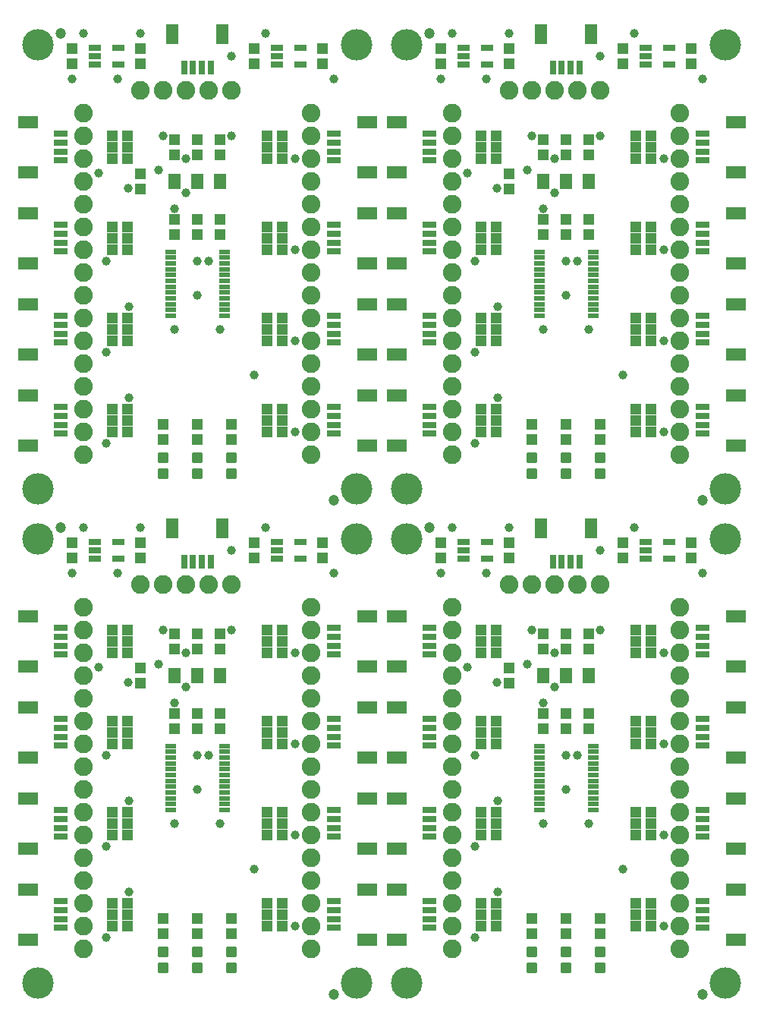
<source format=gts>
G75*
%MOIN*%
%OFA0B0*%
%FSLAX25Y25*%
%IPPOS*%
%LPD*%
%AMOC8*
5,1,8,0,0,1.08239X$1,22.5*
%
%ADD10R,0.04737X0.05131*%
%ADD11C,0.04737*%
%ADD12R,0.08674X0.05524*%
%ADD13R,0.06115X0.03162*%
%ADD14R,0.04737X0.01981*%
%ADD15R,0.05131X0.04737*%
%ADD16R,0.05800X0.03300*%
%ADD17C,0.08200*%
%ADD18R,0.05524X0.08674*%
%ADD19R,0.03162X0.06115*%
%ADD20R,0.05524X0.02965*%
%ADD21C,0.13800*%
%ADD22C,0.01421*%
%ADD23C,0.03900*%
D10*
X0128333Y0054987D03*
X0128333Y0061680D03*
X0143333Y0061680D03*
X0143333Y0054987D03*
X0158333Y0054987D03*
X0158333Y0061680D03*
X0153334Y0144984D03*
X0153334Y0151677D03*
X0143334Y0151677D03*
X0143334Y0144984D03*
X0133334Y0144984D03*
X0133334Y0151677D03*
X0118334Y0164984D03*
X0118334Y0171677D03*
X0133334Y0179984D03*
X0133334Y0186677D03*
X0143334Y0186677D03*
X0143334Y0179984D03*
X0153334Y0179984D03*
X0153334Y0186677D03*
X0168333Y0219987D03*
X0168333Y0226680D03*
X0198333Y0226680D03*
X0198333Y0219987D03*
X0158333Y0271987D03*
X0158333Y0278680D03*
X0143333Y0278680D03*
X0143333Y0271987D03*
X0128333Y0271987D03*
X0128333Y0278680D03*
X0118333Y0226680D03*
X0118333Y0219987D03*
X0088333Y0219987D03*
X0088333Y0226680D03*
X0133334Y0361984D03*
X0133334Y0368677D03*
X0143334Y0368677D03*
X0143334Y0361984D03*
X0153334Y0361984D03*
X0153334Y0368677D03*
X0153334Y0396984D03*
X0153334Y0403677D03*
X0143334Y0403677D03*
X0143334Y0396984D03*
X0133334Y0396984D03*
X0133334Y0403677D03*
X0118334Y0388677D03*
X0118334Y0381984D03*
X0118333Y0436987D03*
X0118333Y0443680D03*
X0088333Y0443680D03*
X0088333Y0436987D03*
X0168333Y0436987D03*
X0168333Y0443680D03*
X0198333Y0443680D03*
X0198333Y0436987D03*
X0250333Y0436987D03*
X0250333Y0443680D03*
X0280333Y0443680D03*
X0280333Y0436987D03*
X0295334Y0403677D03*
X0295334Y0396984D03*
X0305334Y0396984D03*
X0305334Y0403677D03*
X0315334Y0403677D03*
X0315334Y0396984D03*
X0315334Y0368677D03*
X0315334Y0361984D03*
X0305334Y0361984D03*
X0305334Y0368677D03*
X0295334Y0368677D03*
X0295334Y0361984D03*
X0280334Y0381984D03*
X0280334Y0388677D03*
X0330333Y0436987D03*
X0330333Y0443680D03*
X0360333Y0443680D03*
X0360333Y0436987D03*
X0320333Y0278680D03*
X0320333Y0271987D03*
X0305333Y0271987D03*
X0305333Y0278680D03*
X0290333Y0278680D03*
X0290333Y0271987D03*
X0280333Y0226680D03*
X0280333Y0219987D03*
X0250333Y0219987D03*
X0250333Y0226680D03*
X0295334Y0186677D03*
X0295334Y0179984D03*
X0305334Y0179984D03*
X0305334Y0186677D03*
X0315334Y0186677D03*
X0315334Y0179984D03*
X0315334Y0151677D03*
X0315334Y0144984D03*
X0305334Y0144984D03*
X0305334Y0151677D03*
X0295334Y0151677D03*
X0295334Y0144984D03*
X0280334Y0164984D03*
X0280334Y0171677D03*
X0330333Y0219987D03*
X0330333Y0226680D03*
X0360333Y0226680D03*
X0360333Y0219987D03*
X0320333Y0061680D03*
X0320333Y0054987D03*
X0305333Y0054987D03*
X0305333Y0061680D03*
X0290333Y0061680D03*
X0290333Y0054987D03*
D11*
X0365333Y0028333D03*
X0203333Y0028333D03*
X0245333Y0233333D03*
X0203333Y0245333D03*
X0083333Y0233333D03*
X0083333Y0450333D03*
X0245333Y0450333D03*
X0365333Y0245333D03*
D12*
X0068865Y0052307D03*
X0068865Y0074354D03*
X0068865Y0092307D03*
X0068865Y0114354D03*
X0068865Y0132307D03*
X0068865Y0154354D03*
X0068865Y0172307D03*
X0068865Y0194354D03*
X0068865Y0269307D03*
X0068865Y0291354D03*
X0068865Y0309307D03*
X0068865Y0331354D03*
X0068865Y0349307D03*
X0068865Y0371354D03*
X0068865Y0389307D03*
X0068865Y0411354D03*
X0217799Y0411356D03*
X0230865Y0411354D03*
X0230865Y0389307D03*
X0217799Y0389309D03*
X0217799Y0371356D03*
X0230865Y0371354D03*
X0230865Y0349307D03*
X0217799Y0349309D03*
X0217799Y0331356D03*
X0230865Y0331354D03*
X0230865Y0309307D03*
X0217799Y0309309D03*
X0217799Y0291356D03*
X0230865Y0291354D03*
X0230865Y0269307D03*
X0217799Y0269309D03*
X0217799Y0194356D03*
X0230865Y0194354D03*
X0230865Y0172307D03*
X0217799Y0172309D03*
X0217799Y0154356D03*
X0230865Y0154354D03*
X0230865Y0132307D03*
X0217799Y0132309D03*
X0217799Y0114356D03*
X0230865Y0114354D03*
X0230865Y0092307D03*
X0217799Y0092309D03*
X0217799Y0074356D03*
X0230865Y0074354D03*
X0230865Y0052307D03*
X0217799Y0052309D03*
X0379799Y0052309D03*
X0379799Y0074356D03*
X0379799Y0092309D03*
X0379799Y0114356D03*
X0379799Y0132309D03*
X0379799Y0154356D03*
X0379799Y0172309D03*
X0379799Y0194356D03*
X0379799Y0269309D03*
X0379799Y0291356D03*
X0379799Y0309309D03*
X0379799Y0331356D03*
X0379799Y0349309D03*
X0379799Y0371356D03*
X0379799Y0389309D03*
X0379799Y0411356D03*
D13*
X0365330Y0406238D03*
X0365330Y0402301D03*
X0365330Y0398364D03*
X0365330Y0394427D03*
X0365330Y0366238D03*
X0365330Y0362301D03*
X0365330Y0358364D03*
X0365330Y0354427D03*
X0365330Y0326238D03*
X0365330Y0322301D03*
X0365330Y0318364D03*
X0365330Y0314427D03*
X0365330Y0286238D03*
X0365330Y0282301D03*
X0365330Y0278364D03*
X0365330Y0274427D03*
X0365330Y0189238D03*
X0365330Y0185301D03*
X0365330Y0181364D03*
X0365330Y0177427D03*
X0365330Y0149238D03*
X0365330Y0145301D03*
X0365330Y0141364D03*
X0365330Y0137427D03*
X0365330Y0109238D03*
X0365330Y0105301D03*
X0365330Y0101364D03*
X0365330Y0097427D03*
X0365330Y0069238D03*
X0365330Y0065301D03*
X0365330Y0061364D03*
X0365330Y0057427D03*
X0245334Y0057425D03*
X0245334Y0061362D03*
X0245334Y0065299D03*
X0245334Y0069236D03*
X0245334Y0097425D03*
X0245334Y0101362D03*
X0245334Y0105299D03*
X0245334Y0109236D03*
X0245334Y0137425D03*
X0245334Y0141362D03*
X0245334Y0145299D03*
X0245334Y0149236D03*
X0245334Y0177425D03*
X0245334Y0181362D03*
X0245334Y0185299D03*
X0245334Y0189236D03*
X0203330Y0189238D03*
X0203330Y0185301D03*
X0203330Y0181364D03*
X0203330Y0177427D03*
X0203330Y0149238D03*
X0203330Y0145301D03*
X0203330Y0141364D03*
X0203330Y0137427D03*
X0203330Y0109238D03*
X0203330Y0105301D03*
X0203330Y0101364D03*
X0203330Y0097427D03*
X0203330Y0069238D03*
X0203330Y0065301D03*
X0203330Y0061364D03*
X0203330Y0057427D03*
X0083334Y0057425D03*
X0083334Y0061362D03*
X0083334Y0065299D03*
X0083334Y0069236D03*
X0083334Y0097425D03*
X0083334Y0101362D03*
X0083334Y0105299D03*
X0083334Y0109236D03*
X0083334Y0137425D03*
X0083334Y0141362D03*
X0083334Y0145299D03*
X0083334Y0149236D03*
X0083334Y0177425D03*
X0083334Y0181362D03*
X0083334Y0185299D03*
X0083334Y0189236D03*
X0083334Y0274425D03*
X0083334Y0278362D03*
X0083334Y0282299D03*
X0083334Y0286236D03*
X0083334Y0314425D03*
X0083334Y0318362D03*
X0083334Y0322299D03*
X0083334Y0326236D03*
X0083334Y0354425D03*
X0083334Y0358362D03*
X0083334Y0362299D03*
X0083334Y0366236D03*
X0083334Y0394425D03*
X0083334Y0398362D03*
X0083334Y0402299D03*
X0083334Y0406236D03*
X0203330Y0406238D03*
X0203330Y0402301D03*
X0203330Y0398364D03*
X0203330Y0394427D03*
X0203330Y0366238D03*
X0203330Y0362301D03*
X0203330Y0358364D03*
X0203330Y0354427D03*
X0203330Y0326238D03*
X0203330Y0322301D03*
X0203330Y0318364D03*
X0203330Y0314427D03*
X0203330Y0286238D03*
X0203330Y0282301D03*
X0203330Y0278364D03*
X0203330Y0274427D03*
X0245334Y0274425D03*
X0245334Y0278362D03*
X0245334Y0282299D03*
X0245334Y0286236D03*
X0245334Y0314425D03*
X0245334Y0318362D03*
X0245334Y0322299D03*
X0245334Y0326236D03*
X0245334Y0354425D03*
X0245334Y0358362D03*
X0245334Y0362299D03*
X0245334Y0366236D03*
X0245334Y0394425D03*
X0245334Y0398362D03*
X0245334Y0402299D03*
X0245334Y0406236D03*
D14*
X0293523Y0354385D03*
X0293523Y0351846D03*
X0293523Y0349287D03*
X0293523Y0346728D03*
X0293523Y0344169D03*
X0293523Y0341610D03*
X0293523Y0339051D03*
X0293523Y0336492D03*
X0293523Y0333933D03*
X0293523Y0331374D03*
X0293523Y0328815D03*
X0293523Y0326255D03*
X0317145Y0326255D03*
X0317145Y0328815D03*
X0317145Y0331374D03*
X0317145Y0333933D03*
X0317145Y0336492D03*
X0317145Y0339051D03*
X0317145Y0341610D03*
X0317145Y0344169D03*
X0317145Y0346728D03*
X0317145Y0349287D03*
X0317145Y0351846D03*
X0317145Y0354405D03*
X0155145Y0354405D03*
X0155145Y0351846D03*
X0155145Y0349287D03*
X0155145Y0346728D03*
X0155145Y0344169D03*
X0155145Y0341610D03*
X0155145Y0339051D03*
X0155145Y0336492D03*
X0155145Y0333933D03*
X0155145Y0331374D03*
X0155145Y0328815D03*
X0155145Y0326255D03*
X0131523Y0326255D03*
X0131523Y0328815D03*
X0131523Y0331374D03*
X0131523Y0333933D03*
X0131523Y0336492D03*
X0131523Y0339051D03*
X0131523Y0341610D03*
X0131523Y0344169D03*
X0131523Y0346728D03*
X0131523Y0349287D03*
X0131523Y0351846D03*
X0131523Y0354385D03*
X0131523Y0137385D03*
X0131523Y0134846D03*
X0131523Y0132287D03*
X0131523Y0129728D03*
X0131523Y0127169D03*
X0131523Y0124610D03*
X0131523Y0122051D03*
X0131523Y0119492D03*
X0131523Y0116933D03*
X0131523Y0114374D03*
X0131523Y0111815D03*
X0131523Y0109255D03*
X0155145Y0109255D03*
X0155145Y0111815D03*
X0155145Y0114374D03*
X0155145Y0116933D03*
X0155145Y0119492D03*
X0155145Y0122051D03*
X0155145Y0124610D03*
X0155145Y0127169D03*
X0155145Y0129728D03*
X0155145Y0132287D03*
X0155145Y0134846D03*
X0155145Y0137405D03*
X0293523Y0137385D03*
X0293523Y0134846D03*
X0293523Y0132287D03*
X0293523Y0129728D03*
X0293523Y0127169D03*
X0293523Y0124610D03*
X0293523Y0122051D03*
X0293523Y0119492D03*
X0293523Y0116933D03*
X0293523Y0114374D03*
X0293523Y0111815D03*
X0293523Y0109255D03*
X0317145Y0109255D03*
X0317145Y0111815D03*
X0317145Y0114374D03*
X0317145Y0116933D03*
X0317145Y0119492D03*
X0317145Y0122051D03*
X0317145Y0124610D03*
X0317145Y0127169D03*
X0317145Y0129728D03*
X0317145Y0132287D03*
X0317145Y0134846D03*
X0317145Y0137405D03*
D15*
X0335987Y0138333D03*
X0335986Y0143336D03*
X0335986Y0148336D03*
X0342679Y0148336D03*
X0342679Y0143336D03*
X0342680Y0138333D03*
X0342679Y0108336D03*
X0342679Y0103336D03*
X0342680Y0098333D03*
X0335987Y0098333D03*
X0335986Y0103336D03*
X0335986Y0108336D03*
X0335986Y0068336D03*
X0335986Y0063336D03*
X0335987Y0058333D03*
X0342680Y0058333D03*
X0342679Y0063336D03*
X0342679Y0068336D03*
X0274680Y0068330D03*
X0274680Y0063330D03*
X0274680Y0058330D03*
X0267987Y0058330D03*
X0267987Y0063330D03*
X0267987Y0068330D03*
X0267987Y0098330D03*
X0267987Y0103330D03*
X0267987Y0108330D03*
X0274680Y0108330D03*
X0274680Y0103330D03*
X0274680Y0098330D03*
X0274680Y0138330D03*
X0274680Y0143330D03*
X0274680Y0148330D03*
X0267987Y0148330D03*
X0267987Y0143330D03*
X0267987Y0138330D03*
X0267987Y0178330D03*
X0267987Y0183330D03*
X0267987Y0188330D03*
X0274680Y0188330D03*
X0274680Y0183330D03*
X0274680Y0178330D03*
X0335987Y0178333D03*
X0335986Y0183336D03*
X0335986Y0188336D03*
X0342679Y0188336D03*
X0342679Y0183336D03*
X0342680Y0178333D03*
X0342680Y0275333D03*
X0342679Y0280336D03*
X0342679Y0285336D03*
X0335986Y0285336D03*
X0335986Y0280336D03*
X0335987Y0275333D03*
X0335987Y0315333D03*
X0335986Y0320336D03*
X0335986Y0325336D03*
X0342679Y0325336D03*
X0342679Y0320336D03*
X0342680Y0315333D03*
X0342680Y0355333D03*
X0342679Y0360336D03*
X0342679Y0365336D03*
X0335986Y0365336D03*
X0335986Y0360336D03*
X0335987Y0355333D03*
X0335987Y0395333D03*
X0335986Y0400336D03*
X0335986Y0405336D03*
X0342679Y0405336D03*
X0342679Y0400336D03*
X0342680Y0395333D03*
X0274680Y0395330D03*
X0274680Y0400330D03*
X0274680Y0405330D03*
X0267987Y0405330D03*
X0267987Y0400330D03*
X0267987Y0395330D03*
X0267987Y0365330D03*
X0267987Y0360330D03*
X0267987Y0355330D03*
X0274680Y0355330D03*
X0274680Y0360330D03*
X0274680Y0365330D03*
X0274680Y0325330D03*
X0274680Y0320330D03*
X0274680Y0315330D03*
X0267987Y0315330D03*
X0267987Y0320330D03*
X0267987Y0325330D03*
X0267987Y0285330D03*
X0267987Y0280330D03*
X0267987Y0275330D03*
X0274680Y0275330D03*
X0274680Y0280330D03*
X0274680Y0285330D03*
X0180679Y0285336D03*
X0180679Y0280336D03*
X0180680Y0275333D03*
X0173987Y0275333D03*
X0173986Y0280336D03*
X0173986Y0285336D03*
X0173987Y0315333D03*
X0173986Y0320336D03*
X0173986Y0325336D03*
X0180679Y0325336D03*
X0180679Y0320336D03*
X0180680Y0315333D03*
X0180680Y0355333D03*
X0180679Y0360336D03*
X0180679Y0365336D03*
X0173986Y0365336D03*
X0173986Y0360336D03*
X0173987Y0355333D03*
X0173987Y0395333D03*
X0173986Y0400336D03*
X0173986Y0405336D03*
X0180679Y0405336D03*
X0180679Y0400336D03*
X0180680Y0395333D03*
X0112680Y0395330D03*
X0112680Y0400330D03*
X0112680Y0405330D03*
X0105987Y0405330D03*
X0105987Y0400330D03*
X0105987Y0395330D03*
X0105987Y0365330D03*
X0105987Y0360330D03*
X0105987Y0355330D03*
X0112680Y0355330D03*
X0112680Y0360330D03*
X0112680Y0365330D03*
X0112680Y0325330D03*
X0112680Y0320330D03*
X0112680Y0315330D03*
X0105987Y0315330D03*
X0105987Y0320330D03*
X0105987Y0325330D03*
X0105987Y0285330D03*
X0105987Y0280330D03*
X0105987Y0275330D03*
X0112680Y0275330D03*
X0112680Y0280330D03*
X0112680Y0285330D03*
X0112680Y0188330D03*
X0112680Y0183330D03*
X0112680Y0178330D03*
X0105987Y0178330D03*
X0105987Y0183330D03*
X0105987Y0188330D03*
X0105987Y0148330D03*
X0105987Y0143330D03*
X0105987Y0138330D03*
X0112680Y0138330D03*
X0112680Y0143330D03*
X0112680Y0148330D03*
X0112680Y0108330D03*
X0112680Y0103330D03*
X0112680Y0098330D03*
X0105987Y0098330D03*
X0105987Y0103330D03*
X0105987Y0108330D03*
X0105987Y0068330D03*
X0105987Y0063330D03*
X0105987Y0058330D03*
X0112680Y0058330D03*
X0112680Y0063330D03*
X0112680Y0068330D03*
X0173986Y0068336D03*
X0173986Y0063336D03*
X0173987Y0058333D03*
X0180680Y0058333D03*
X0180679Y0063336D03*
X0180679Y0068336D03*
X0180680Y0098333D03*
X0180679Y0103336D03*
X0180679Y0108336D03*
X0173986Y0108336D03*
X0173986Y0103336D03*
X0173987Y0098333D03*
X0173987Y0138333D03*
X0173986Y0143336D03*
X0173986Y0148336D03*
X0180679Y0148336D03*
X0180679Y0143336D03*
X0180680Y0138333D03*
X0180680Y0178333D03*
X0180679Y0183336D03*
X0180679Y0188336D03*
X0173986Y0188336D03*
X0173986Y0183336D03*
X0173987Y0178333D03*
D16*
X0153334Y0169930D03*
X0153334Y0166730D03*
X0143334Y0166730D03*
X0143334Y0169930D03*
X0133334Y0169930D03*
X0133334Y0166730D03*
X0295334Y0166730D03*
X0295334Y0169930D03*
X0305334Y0169930D03*
X0305334Y0166730D03*
X0315334Y0166730D03*
X0315334Y0169930D03*
X0315334Y0383730D03*
X0315334Y0386930D03*
X0305334Y0386930D03*
X0305334Y0383730D03*
X0295334Y0383730D03*
X0295334Y0386930D03*
X0153334Y0386930D03*
X0153334Y0383730D03*
X0143334Y0383730D03*
X0143334Y0386930D03*
X0133334Y0386930D03*
X0133334Y0383730D03*
D17*
X0138333Y0425333D03*
X0148333Y0425333D03*
X0158333Y0425333D03*
X0128333Y0425333D03*
X0118334Y0425330D03*
X0093333Y0415333D03*
X0093333Y0405333D03*
X0093333Y0395333D03*
X0093333Y0385333D03*
X0093333Y0375333D03*
X0093333Y0365333D03*
X0093333Y0355333D03*
X0093333Y0345333D03*
X0093333Y0335333D03*
X0093333Y0325333D03*
X0093333Y0315333D03*
X0093333Y0305333D03*
X0093333Y0295333D03*
X0093333Y0285333D03*
X0093333Y0275333D03*
X0093333Y0265333D03*
X0118334Y0208330D03*
X0128333Y0208333D03*
X0138333Y0208333D03*
X0148333Y0208333D03*
X0158333Y0208333D03*
X0193333Y0198333D03*
X0193333Y0188333D03*
X0193333Y0178333D03*
X0193333Y0168333D03*
X0193333Y0158333D03*
X0193333Y0148333D03*
X0193333Y0138333D03*
X0193333Y0128333D03*
X0193333Y0118333D03*
X0193333Y0108333D03*
X0193333Y0098333D03*
X0193333Y0088333D03*
X0193333Y0078333D03*
X0193333Y0068333D03*
X0193333Y0058333D03*
X0193333Y0048333D03*
X0255333Y0048333D03*
X0255333Y0058333D03*
X0255333Y0068333D03*
X0255333Y0078333D03*
X0255333Y0088333D03*
X0255333Y0098333D03*
X0255333Y0108333D03*
X0255333Y0118333D03*
X0255333Y0128333D03*
X0255333Y0138333D03*
X0255333Y0148333D03*
X0255333Y0158333D03*
X0255333Y0168333D03*
X0255333Y0178333D03*
X0255333Y0188333D03*
X0255333Y0198333D03*
X0280334Y0208330D03*
X0290333Y0208333D03*
X0300333Y0208333D03*
X0310333Y0208333D03*
X0320333Y0208333D03*
X0355333Y0198333D03*
X0355333Y0188333D03*
X0355333Y0178333D03*
X0355333Y0168333D03*
X0355333Y0158333D03*
X0355333Y0148333D03*
X0355333Y0138333D03*
X0355333Y0128333D03*
X0355333Y0118333D03*
X0355333Y0108333D03*
X0355333Y0098333D03*
X0355333Y0088333D03*
X0355333Y0078333D03*
X0355333Y0068333D03*
X0355333Y0058333D03*
X0355333Y0048333D03*
X0355333Y0265333D03*
X0355333Y0275333D03*
X0355333Y0285333D03*
X0355333Y0295333D03*
X0355333Y0305333D03*
X0355333Y0315333D03*
X0355333Y0325333D03*
X0355333Y0335333D03*
X0355333Y0345333D03*
X0355333Y0355333D03*
X0355333Y0365333D03*
X0355333Y0375333D03*
X0355333Y0385333D03*
X0355333Y0395333D03*
X0355333Y0405333D03*
X0355333Y0415333D03*
X0320333Y0425333D03*
X0310333Y0425333D03*
X0300333Y0425333D03*
X0290333Y0425333D03*
X0280334Y0425330D03*
X0255333Y0415333D03*
X0255333Y0405333D03*
X0255333Y0395333D03*
X0255333Y0385333D03*
X0255333Y0375333D03*
X0255333Y0365333D03*
X0255333Y0355333D03*
X0255333Y0345333D03*
X0255333Y0335333D03*
X0255333Y0325333D03*
X0255333Y0315333D03*
X0255333Y0305333D03*
X0255333Y0295333D03*
X0255333Y0285333D03*
X0255333Y0275333D03*
X0255333Y0265333D03*
X0193333Y0265333D03*
X0193333Y0275333D03*
X0193333Y0285333D03*
X0193333Y0295333D03*
X0193333Y0305333D03*
X0193333Y0315333D03*
X0193333Y0325333D03*
X0193333Y0335333D03*
X0193333Y0345333D03*
X0193333Y0355333D03*
X0193333Y0365333D03*
X0193333Y0375333D03*
X0193333Y0385333D03*
X0193333Y0395333D03*
X0193333Y0405333D03*
X0193333Y0415333D03*
X0093333Y0198333D03*
X0093333Y0188333D03*
X0093333Y0178333D03*
X0093333Y0168333D03*
X0093333Y0158333D03*
X0093333Y0148333D03*
X0093333Y0138333D03*
X0093333Y0128333D03*
X0093333Y0118333D03*
X0093333Y0108333D03*
X0093333Y0098333D03*
X0093333Y0088333D03*
X0093333Y0078333D03*
X0093333Y0068333D03*
X0093333Y0058333D03*
X0093333Y0048333D03*
D18*
X0132310Y0232802D03*
X0154357Y0232802D03*
X0294310Y0232802D03*
X0316357Y0232802D03*
X0316357Y0449802D03*
X0294310Y0449802D03*
X0154357Y0449802D03*
X0132310Y0449802D03*
D19*
X0137428Y0435333D03*
X0141365Y0435333D03*
X0145302Y0435333D03*
X0149239Y0435333D03*
X0299428Y0435333D03*
X0303365Y0435333D03*
X0307302Y0435333D03*
X0311239Y0435333D03*
X0311239Y0218333D03*
X0307302Y0218333D03*
X0303365Y0218333D03*
X0299428Y0218333D03*
X0149239Y0218333D03*
X0145302Y0218333D03*
X0141365Y0218333D03*
X0137428Y0218333D03*
D20*
X0108452Y0219593D03*
X0108452Y0227073D03*
X0098215Y0227073D03*
X0098215Y0223333D03*
X0098215Y0219593D03*
X0178215Y0219593D03*
X0178215Y0223333D03*
X0178215Y0227073D03*
X0188452Y0227073D03*
X0188452Y0219593D03*
X0260215Y0219593D03*
X0260215Y0223333D03*
X0260215Y0227073D03*
X0270452Y0227073D03*
X0270452Y0219593D03*
X0340215Y0219593D03*
X0340215Y0223333D03*
X0340215Y0227073D03*
X0350452Y0227073D03*
X0350452Y0219593D03*
X0350452Y0436593D03*
X0350452Y0444073D03*
X0340215Y0444073D03*
X0340215Y0440333D03*
X0340215Y0436593D03*
X0270452Y0436593D03*
X0270452Y0444073D03*
X0260215Y0444073D03*
X0260215Y0440333D03*
X0260215Y0436593D03*
X0188452Y0436593D03*
X0188452Y0444073D03*
X0178215Y0444073D03*
X0178215Y0440333D03*
X0178215Y0436593D03*
X0108452Y0436593D03*
X0108452Y0444073D03*
X0098215Y0444073D03*
X0098215Y0440333D03*
X0098215Y0436593D03*
D21*
X0073333Y0445333D03*
X0213333Y0445333D03*
X0235333Y0445333D03*
X0375333Y0445333D03*
X0375333Y0250333D03*
X0375333Y0228333D03*
X0235333Y0228333D03*
X0213333Y0228333D03*
X0213333Y0250333D03*
X0235333Y0250333D03*
X0073333Y0250333D03*
X0073333Y0228333D03*
X0073333Y0033333D03*
X0213333Y0033333D03*
X0235333Y0033333D03*
X0375333Y0033333D03*
D22*
X0321991Y0038223D02*
X0318675Y0038223D01*
X0318675Y0041539D01*
X0321991Y0041539D01*
X0321991Y0038223D01*
X0321991Y0039643D02*
X0318675Y0039643D01*
X0318675Y0041063D02*
X0321991Y0041063D01*
X0321991Y0045128D02*
X0318675Y0045128D01*
X0318675Y0048444D01*
X0321991Y0048444D01*
X0321991Y0045128D01*
X0321991Y0046548D02*
X0318675Y0046548D01*
X0318675Y0047968D02*
X0321991Y0047968D01*
X0306991Y0045128D02*
X0303675Y0045128D01*
X0303675Y0048444D01*
X0306991Y0048444D01*
X0306991Y0045128D01*
X0306991Y0046548D02*
X0303675Y0046548D01*
X0303675Y0047968D02*
X0306991Y0047968D01*
X0306991Y0038223D02*
X0303675Y0038223D01*
X0303675Y0041539D01*
X0306991Y0041539D01*
X0306991Y0038223D01*
X0306991Y0039643D02*
X0303675Y0039643D01*
X0303675Y0041063D02*
X0306991Y0041063D01*
X0291991Y0038223D02*
X0288675Y0038223D01*
X0288675Y0041539D01*
X0291991Y0041539D01*
X0291991Y0038223D01*
X0291991Y0039643D02*
X0288675Y0039643D01*
X0288675Y0041063D02*
X0291991Y0041063D01*
X0291991Y0045128D02*
X0288675Y0045128D01*
X0288675Y0048444D01*
X0291991Y0048444D01*
X0291991Y0045128D01*
X0291991Y0046548D02*
X0288675Y0046548D01*
X0288675Y0047968D02*
X0291991Y0047968D01*
X0159991Y0045128D02*
X0156675Y0045128D01*
X0156675Y0048444D01*
X0159991Y0048444D01*
X0159991Y0045128D01*
X0159991Y0046548D02*
X0156675Y0046548D01*
X0156675Y0047968D02*
X0159991Y0047968D01*
X0159991Y0038223D02*
X0156675Y0038223D01*
X0156675Y0041539D01*
X0159991Y0041539D01*
X0159991Y0038223D01*
X0159991Y0039643D02*
X0156675Y0039643D01*
X0156675Y0041063D02*
X0159991Y0041063D01*
X0144991Y0038223D02*
X0141675Y0038223D01*
X0141675Y0041539D01*
X0144991Y0041539D01*
X0144991Y0038223D01*
X0144991Y0039643D02*
X0141675Y0039643D01*
X0141675Y0041063D02*
X0144991Y0041063D01*
X0144991Y0045128D02*
X0141675Y0045128D01*
X0141675Y0048444D01*
X0144991Y0048444D01*
X0144991Y0045128D01*
X0144991Y0046548D02*
X0141675Y0046548D01*
X0141675Y0047968D02*
X0144991Y0047968D01*
X0129991Y0045128D02*
X0126675Y0045128D01*
X0126675Y0048444D01*
X0129991Y0048444D01*
X0129991Y0045128D01*
X0129991Y0046548D02*
X0126675Y0046548D01*
X0126675Y0047968D02*
X0129991Y0047968D01*
X0129991Y0038223D02*
X0126675Y0038223D01*
X0126675Y0041539D01*
X0129991Y0041539D01*
X0129991Y0038223D01*
X0129991Y0039643D02*
X0126675Y0039643D01*
X0126675Y0041063D02*
X0129991Y0041063D01*
X0129991Y0255223D02*
X0126675Y0255223D01*
X0126675Y0258539D01*
X0129991Y0258539D01*
X0129991Y0255223D01*
X0129991Y0256643D02*
X0126675Y0256643D01*
X0126675Y0258063D02*
X0129991Y0258063D01*
X0129991Y0262128D02*
X0126675Y0262128D01*
X0126675Y0265444D01*
X0129991Y0265444D01*
X0129991Y0262128D01*
X0129991Y0263548D02*
X0126675Y0263548D01*
X0126675Y0264968D02*
X0129991Y0264968D01*
X0141675Y0262128D02*
X0144991Y0262128D01*
X0141675Y0262128D02*
X0141675Y0265444D01*
X0144991Y0265444D01*
X0144991Y0262128D01*
X0144991Y0263548D02*
X0141675Y0263548D01*
X0141675Y0264968D02*
X0144991Y0264968D01*
X0144991Y0255223D02*
X0141675Y0255223D01*
X0141675Y0258539D01*
X0144991Y0258539D01*
X0144991Y0255223D01*
X0144991Y0256643D02*
X0141675Y0256643D01*
X0141675Y0258063D02*
X0144991Y0258063D01*
X0156675Y0255223D02*
X0159991Y0255223D01*
X0156675Y0255223D02*
X0156675Y0258539D01*
X0159991Y0258539D01*
X0159991Y0255223D01*
X0159991Y0256643D02*
X0156675Y0256643D01*
X0156675Y0258063D02*
X0159991Y0258063D01*
X0159991Y0262128D02*
X0156675Y0262128D01*
X0156675Y0265444D01*
X0159991Y0265444D01*
X0159991Y0262128D01*
X0159991Y0263548D02*
X0156675Y0263548D01*
X0156675Y0264968D02*
X0159991Y0264968D01*
X0288675Y0262128D02*
X0291991Y0262128D01*
X0288675Y0262128D02*
X0288675Y0265444D01*
X0291991Y0265444D01*
X0291991Y0262128D01*
X0291991Y0263548D02*
X0288675Y0263548D01*
X0288675Y0264968D02*
X0291991Y0264968D01*
X0291991Y0255223D02*
X0288675Y0255223D01*
X0288675Y0258539D01*
X0291991Y0258539D01*
X0291991Y0255223D01*
X0291991Y0256643D02*
X0288675Y0256643D01*
X0288675Y0258063D02*
X0291991Y0258063D01*
X0303675Y0255223D02*
X0306991Y0255223D01*
X0303675Y0255223D02*
X0303675Y0258539D01*
X0306991Y0258539D01*
X0306991Y0255223D01*
X0306991Y0256643D02*
X0303675Y0256643D01*
X0303675Y0258063D02*
X0306991Y0258063D01*
X0306991Y0262128D02*
X0303675Y0262128D01*
X0303675Y0265444D01*
X0306991Y0265444D01*
X0306991Y0262128D01*
X0306991Y0263548D02*
X0303675Y0263548D01*
X0303675Y0264968D02*
X0306991Y0264968D01*
X0318675Y0262128D02*
X0321991Y0262128D01*
X0318675Y0262128D02*
X0318675Y0265444D01*
X0321991Y0265444D01*
X0321991Y0262128D01*
X0321991Y0263548D02*
X0318675Y0263548D01*
X0318675Y0264968D02*
X0321991Y0264968D01*
X0321991Y0255223D02*
X0318675Y0255223D01*
X0318675Y0258539D01*
X0321991Y0258539D01*
X0321991Y0255223D01*
X0321991Y0256643D02*
X0318675Y0256643D01*
X0318675Y0258063D02*
X0321991Y0258063D01*
D23*
X0335333Y0233333D03*
X0320333Y0223333D03*
X0320333Y0188333D03*
X0300334Y0178330D03*
X0288334Y0173330D03*
X0290333Y0188333D03*
X0274833Y0165333D03*
X0261834Y0171830D03*
X0295334Y0156330D03*
X0300334Y0163333D03*
X0305333Y0133333D03*
X0310333Y0133333D03*
X0305333Y0118333D03*
X0295334Y0103330D03*
X0315334Y0103330D03*
X0330333Y0083333D03*
X0348334Y0098330D03*
X0348334Y0058330D03*
X0275333Y0073333D03*
X0265334Y0093330D03*
X0275333Y0113333D03*
X0265334Y0133330D03*
X0265334Y0053330D03*
X0186334Y0058330D03*
X0168333Y0083333D03*
X0186334Y0098330D03*
X0153334Y0103330D03*
X0143333Y0118333D03*
X0143333Y0133333D03*
X0148333Y0133333D03*
X0133334Y0156330D03*
X0138334Y0163333D03*
X0138334Y0178330D03*
X0126334Y0173330D03*
X0128333Y0188333D03*
X0112833Y0165333D03*
X0099834Y0171830D03*
X0103334Y0133330D03*
X0113333Y0113333D03*
X0133334Y0103330D03*
X0113333Y0073333D03*
X0103334Y0093330D03*
X0103334Y0053330D03*
X0186334Y0138330D03*
X0186334Y0178330D03*
X0158333Y0188333D03*
X0158333Y0223333D03*
X0173333Y0233333D03*
X0203333Y0213333D03*
X0250333Y0213333D03*
X0255333Y0233333D03*
X0270333Y0213333D03*
X0280333Y0233333D03*
X0265334Y0270330D03*
X0275333Y0290333D03*
X0265334Y0310330D03*
X0275333Y0330333D03*
X0265334Y0350330D03*
X0274833Y0382333D03*
X0261834Y0388830D03*
X0288334Y0390330D03*
X0300334Y0395330D03*
X0290333Y0405333D03*
X0300334Y0380333D03*
X0295334Y0373330D03*
X0305333Y0350333D03*
X0310333Y0350333D03*
X0305333Y0335333D03*
X0295334Y0320330D03*
X0315334Y0320330D03*
X0330333Y0300333D03*
X0348334Y0315330D03*
X0348334Y0275330D03*
X0365333Y0213333D03*
X0348334Y0178330D03*
X0348334Y0138330D03*
X0186334Y0275330D03*
X0168333Y0300333D03*
X0186334Y0315330D03*
X0153334Y0320330D03*
X0143333Y0335333D03*
X0143333Y0350333D03*
X0148333Y0350333D03*
X0133334Y0373330D03*
X0138334Y0380333D03*
X0138334Y0395330D03*
X0126334Y0390330D03*
X0128333Y0405333D03*
X0112833Y0382333D03*
X0099834Y0388830D03*
X0103334Y0350330D03*
X0113333Y0330333D03*
X0133334Y0320330D03*
X0113333Y0290333D03*
X0103334Y0310330D03*
X0103334Y0270330D03*
X0093333Y0233333D03*
X0088333Y0213333D03*
X0108333Y0213333D03*
X0118333Y0233333D03*
X0186334Y0355330D03*
X0186334Y0395330D03*
X0158333Y0405333D03*
X0158333Y0440333D03*
X0173333Y0450333D03*
X0203333Y0430333D03*
X0250333Y0430333D03*
X0255333Y0450333D03*
X0270333Y0430333D03*
X0280333Y0450333D03*
X0320333Y0440333D03*
X0335333Y0450333D03*
X0365333Y0430333D03*
X0348334Y0395330D03*
X0320333Y0405333D03*
X0348334Y0355330D03*
X0118333Y0450333D03*
X0108333Y0430333D03*
X0093333Y0450333D03*
X0088333Y0430333D03*
M02*

</source>
